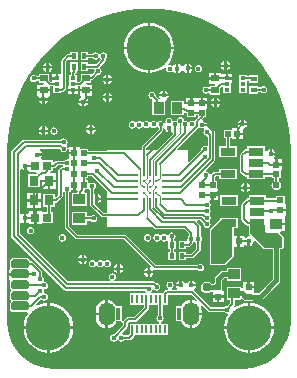
<source format=gtl>
%FSTAX25Y25*%
%MOIN*%
%SFA1B1*%

%IPPOS*%
%AMD16*
4,1,8,-0.030000,0.007500,-0.030000,-0.007500,-0.022500,-0.015000,0.022500,-0.015000,0.030000,-0.007500,0.030000,0.007500,0.022500,0.015000,-0.022500,0.015000,-0.030000,0.007500,0.0*
1,1,0.015000,-0.022500,0.007500*
1,1,0.015000,-0.022500,-0.007500*
1,1,0.015000,0.022500,-0.007500*
1,1,0.015000,0.022500,0.007500*
%
%ADD15C,0.005000*%
G04~CAMADD=16~8~0.0~0.0~300.0~600.0~75.0~0.0~15~0.0~0.0~0.0~0.0~0~0.0~0.0~0.0~0.0~0~0.0~0.0~0.0~90.0~600.0~300.0*
%ADD16D16*%
%ADD17R,0.020470X0.020470*%
%ADD18R,0.039370X0.035430*%
%ADD19R,0.035430X0.039370*%
%ADD20R,0.031500X0.035430*%
%ADD21R,0.051180X0.027560*%
%ADD22C,0.009000*%
%ADD23R,0.017720X0.021650*%
%ADD24R,0.025590X0.021650*%
%ADD25R,0.021650X0.017720*%
%ADD26R,0.017720X0.011810*%
%ADD27R,0.014960X0.043310*%
%ADD28R,0.009060X0.028740*%
%ADD29R,0.020470X0.020470*%
%ADD30R,0.028350X0.028350*%
%ADD48C,0.024000*%
%ADD51C,0.008000*%
%ADD52C,0.006000*%
%ADD53C,0.015000*%
%ADD54C,0.007000*%
%ADD55C,0.004000*%
%ADD56O,0.055120X0.076770*%
%ADD57C,0.150000*%
%ADD58C,0.016000*%
%ADD59C,0.031000*%
%LNdigit-1*%
%LPD*%
G36*
X0053572Y0117909D02*
X0057894Y0117306D01*
X0062142Y0116306*
X0066279Y011492*
X0070271Y0113157*
X0074083Y0111034*
X0077684Y0108568*
X0081041Y010578*
X0084126Y0102694*
X0086914Y0099337*
X008938Y0095737*
X0091504Y0091925*
X0093266Y0087932*
X0094653Y0083795*
X0095652Y0079547*
X0096255Y0075225*
X0096457Y0070866*
Y0013779*
X0096217Y0011045*
X0095507Y0008393*
X0094347Y0005905*
X0092772Y0003657*
X0090831Y0001716*
X0088583Y0000141*
X0086095Y-0001019*
X0083443Y-0001729*
X0080709Y-0001969*
X0017716*
X0014982Y-0001729*
X001233Y-0001019*
X0009842Y0000141*
X0007594Y0001716*
X0005653Y0003657*
X0004078Y0005905*
X0002918Y0008393*
X0002208Y0011045*
X0001968Y0013779*
Y0070866*
X000217Y0075225*
X0002773Y0079547*
X0003772Y0083795*
X0005159Y0087932*
X0006921Y0091925*
X0009045Y0095737*
X0011511Y0099337*
X0014299Y0102694*
X0017384Y010578*
X0020742Y0108568*
X0024342Y0111034*
X0028154Y0113157*
X0032146Y011492*
X0036284Y0116306*
X0040531Y0117306*
X0044853Y0117909*
X0049213Y011811*
X0053572Y0117909*
G37*
%LNdigit-2*%
%LPC*%
G36*
X0049613Y0113419D02*
Y0105518D01*
X0057513*
X0057392Y0106745*
X0056918Y010831*
X0056147Y0109751*
X005511Y0111015*
X0053846Y0112053*
X0052404Y0112823*
X005084Y0113298*
X0049613Y0113419*
G37*
G36*
X0048812D02*
X0047585Y0113298D01*
X0046021Y0112823*
X0044579Y0112053*
X0043315Y0111015*
X0042278Y0109751*
X0041507Y010831*
X0041033Y0106745*
X0040912Y0105518*
X0048812*
Y0113419*
G37*
G36*
X0025498Y0103845D02*
X0022927D01*
Y0103076*
X00224*
X0022127Y0103022*
X0021895Y0102867*
X0020295Y0101267*
X0020141Y0101035*
X0020086Y0100762*
Y0096272*
X0019002*
Y0094882*
X0018602*
Y0094482*
X0016917*
Y0093677*
X0016417Y0093648*
X0015853Y0094212*
Y0096365*
X0012494*
Y0095596*
X0011778*
X0011665Y0095765*
X0011268Y009603*
X00108Y0096123*
X0010332Y009603*
X0009935Y0095765*
X000967Y0095368*
X0009577Y00949*
X000967Y0094432*
X0009935Y0094035*
X0010332Y009377*
X00108Y0093677*
X0011268Y009377*
X0011665Y0094035*
X0011754Y0094168*
X0012494*
Y0093399*
X0014261*
X0014308Y0093328*
X0014041Y0092828*
X0012094*
Y0091345*
X0014173*
X0016253*
Y00922*
X0017316*
Y0089954*
X0019888*
Y0090231*
X0020145*
X0020418Y0090285*
X002065Y009044*
X0021305Y0091095*
X0021459Y0091327*
X0021514Y00916*
Y0100467*
X0022427Y010138*
X0022927Y0101172*
Y010088*
X0025498*
Y0103845*
G37*
G36*
X0029042D02*
X002647D01*
Y010088*
X0029042*
Y0101597*
X003053*
X0030597Y0101497*
X0030994Y0101232*
X0031462Y0101139*
X003193Y0101232*
X0032327Y0101497*
X0032355Y0101538*
X0032917Y0101549*
X0033115Y0101274*
X0033026Y0101012*
X0031598Y0099584*
X0029042*
Y0100302*
X002647*
Y0097336*
X0029042*
Y0098054*
X0030789*
X0031111Y0097554*
X003106Y00973*
X0031095Y0097121*
X0030485Y0096511*
X0030026Y0096365*
X0026667*
Y0094212*
X0026082Y0093627*
X0025203*
Y0095872*
X0024754*
X0024682Y0096372*
X0024905Y0096595*
X0025059Y0096827*
X0025114Y00971*
Y0097336*
X0025498*
Y0100302*
X0022927*
Y0097336*
X0022954*
X0023223Y0096943*
X0023247Y0096836*
X0023204Y0096617*
Y0095872*
X0022632*
Y0092335*
X0022231*
Y0091345*
X0023917*
X0025603*
Y00922*
X0026267*
Y0091345*
X0028346*
X0030426*
Y0092828*
X0028479*
X0028211Y0093328*
X0028259Y0093399*
X0030026*
Y0094477*
X0030174*
X0030448Y0094532*
X0030679Y0094686*
X0032105Y0096112*
X0032283Y0096077*
X0032752Y009617*
X0033149Y0096435*
X0033414Y0096832*
X0033507Y00973*
X0033414Y0097768*
X0033149Y0098165*
X0033089Y0098205*
X0033025Y0098847*
X0034596Y0100418*
X0034762Y0100666*
X003482Y0100959*
Y010143*
X003492Y0101497*
X0035186Y0101894*
X0035279Y0102362*
X0035186Y010283*
X003492Y0103227*
X0034523Y0103493*
X0034055Y0103586*
X0033587Y0103493*
X003319Y0103227*
X0033037Y0102998*
X0033018Y010299*
X00325*
X0032481Y0102998*
X0032327Y0103227*
X003193Y0103493*
X0031462Y0103586*
X0030994Y0103493*
X0030597Y0103227*
X003053Y0103127*
X0029042*
Y0103845*
G37*
G36*
X00752Y0100652D02*
Y00995D01*
X0076352*
X0076307Y0099724*
X0075954Y0100253*
X0075424Y0100607*
X00752Y0100652*
G37*
G36*
X00744D02*
X0074176Y0100607D01*
X0073646Y0100253*
X0073293Y0099724*
X0073248Y00995*
X00744*
Y0100652*
G37*
G36*
X00159Y0100152D02*
Y0099D01*
X0017052*
X0017007Y0099224*
X0016654Y0099753*
X0016124Y0100107*
X00159Y0100152*
G37*
G36*
X00151D02*
X0014876Y0100107D01*
X0014346Y0099753*
X0013993Y0099224*
X0013948Y0099*
X00151*
Y0100152*
G37*
G36*
X0061805Y0099852D02*
X006158Y0099807D01*
X0061051Y0099454*
X0060698Y0098924*
X0060674Y0098804*
X0060214Y0098782*
X0060161Y0098791*
X0059815Y0099309*
X0059286Y0099662*
X0059061Y0099707*
Y0098155*
Y0096603*
X0059286Y0096648*
X0059815Y0097002*
X0060169Y0097531*
X0060193Y0097651*
X0060653Y0097673*
X0060705Y0097665*
X0061051Y0097146*
X006158Y0096793*
X0061805Y0096748*
Y00983*
Y0099852*
G37*
G36*
X0062605D02*
Y00987D01*
X0063757*
X0063712Y0098924*
X0063358Y0099454*
X0062829Y0099807*
X0062605Y0099852*
G37*
G36*
X0076352Y00987D02*
X00752D01*
Y0097548*
X0075424Y0097593*
X0075954Y0097947*
X0076307Y0098476*
X0076352Y00987*
G37*
G36*
X00744D02*
X0073248D01*
X0073293Y0098476*
X0073646Y0097947*
X0074176Y0097593*
X00744Y0097548*
Y00987*
G37*
G36*
X0017052Y00982D02*
X00159D01*
Y0097048*
X0016124Y0097093*
X0016654Y0097447*
X0017007Y0097976*
X0017052Y00982*
G37*
G36*
X00151D02*
X0013948D01*
X0013993Y0097976*
X0014346Y0097447*
X0014876Y0097093*
X00151Y0097048*
Y00982*
G37*
G36*
X0065748Y0099372D02*
X006528Y0099278D01*
X0064883Y0099013*
X0064618Y0098616*
X0064525Y0098148*
X0064618Y009768*
X0064883Y0097283*
X006528Y0097018*
X0065748Y0096925*
X0066216Y0097018*
X0066613Y0097283*
X0066878Y009768*
X0066972Y0098148*
X0066878Y0098616*
X0066613Y0099013*
X0066216Y0099278*
X0065748Y0099372*
G37*
G36*
X0048812Y0104718D02*
X0040912D01*
X0041033Y0103491*
X0041507Y0101926*
X0042278Y0100484*
X0043315Y0099221*
X0044579Y0098183*
X0046021Y0097413*
X0047585Y0096938*
X0048812Y0096817*
Y0104718*
G37*
G36*
X0063757Y00979D02*
X0062605D01*
Y0096748*
X0062829Y0096793*
X0063358Y0097146*
X0063712Y0097676*
X0063757Y00979*
G37*
G36*
X0057513Y0104718D02*
X0049613D01*
Y0096817*
X005084Y0096938*
X0052404Y0097413*
X0053846Y0098183*
X0054559Y0098769*
X0055033Y0098575*
X0055063Y0098535*
X0054976Y00981*
X005507Y0097632*
X0055335Y0097235*
X0055732Y009697*
X00562Y0096877*
X0056668Y009697*
X0056848Y009709*
X0057486Y0097034*
X0057508Y0097002*
X0058037Y0096648*
X0058261Y0096603*
Y0098155*
Y0099707*
X0058037Y0099662*
X0057508Y0099309*
X005745Y0099221*
X0056797Y0099144*
X0056668Y009923*
X00562Y0099323*
X0055771Y0099238*
X0055733Y0099269*
X0055571Y0099782*
X0056147Y0100484*
X0056918Y0101926*
X0057392Y0103491*
X0057513Y0104718*
G37*
G36*
X0085735Y0095971D02*
X0082769D01*
Y0095596*
X0081896*
Y0095872*
X0079324*
Y0093891*
Y0089954*
X0081896*
Y0094168*
X0082769*
Y0093399*
X0085735*
Y0095971*
G37*
G36*
X0018202Y0096272D02*
X0016917D01*
Y0095282*
X0018202*
Y0096272*
G37*
G36*
X007086Y0096765D02*
X006918D01*
Y0095282*
X007086*
Y0096765*
G37*
G36*
X0075695Y0096272D02*
Y0095282D01*
X0076981*
Y0096272*
X0075695*
G37*
G36*
X00357Y009604D02*
Y0094888D01*
X0036852*
X0036807Y0095113*
X0036454Y0095642*
X0035924Y0095995*
X00357Y009604*
G37*
G36*
X00349D02*
X0034676Y0095995D01*
X0034146Y0095642*
X0033793Y0095113*
X0033748Y0094888*
X00349*
Y009604*
G37*
G36*
X0036852Y0094088D02*
X00357D01*
Y0092936*
X0035924Y0092981*
X0036454Y0093335*
X0036807Y0093864*
X0036852Y0094088*
G37*
G36*
X00349D02*
X0033748D01*
X0033793Y0093864*
X0034146Y0093335*
X0034676Y0092981*
X00349Y0092936*
Y0094088*
G37*
G36*
X0073339Y0096765D02*
X007166D01*
Y0094882*
X007126*
Y0094482*
X006918*
Y0092999*
X0071128*
X0071395Y0092499*
X0071347Y0092427*
X006958*
Y0092143*
X0069393Y0092018*
X006908Y0091922*
X0068768Y009213*
X00683Y0092224*
X0067832Y009213*
X0067435Y0091865*
X006717Y0091468*
X0067076Y0091*
X006717Y0090532*
X0067435Y0090135*
X0067832Y008987*
X00683Y0089776*
X0068768Y008987*
X006908Y0090078*
X0069393Y0089982*
X006958Y0089857*
Y0089462*
X0072939*
Y0091615*
X007351Y0092185*
X007401Y0092165*
Y0089954*
X0076581*
Y0093491*
X0076981*
Y0094482*
X0075295*
Y0094882*
X0074895*
Y0096272*
X007361*
X0073339Y0096661*
Y0096765*
G37*
G36*
X0085735Y0092427D02*
X0082769D01*
Y0089856*
X0085735*
Y0090326*
X0086602*
X0086635Y0090277*
X0087032Y0090011*
X00875Y0089918*
X0087968Y0090011*
X0088365Y0090277*
X008863Y0090674*
X0088723Y0091142*
X008863Y009161*
X0088365Y0092007*
X0087968Y0092272*
X00875Y0092365*
X0087032Y0092272*
X0086635Y0092007*
X0086602Y0091957*
X0085735*
Y0092427*
G37*
G36*
X0054632Y0090823D02*
Y0089672D01*
X0055784*
X0055739Y0089896*
X0055386Y0090425*
X0054857Y0090779*
X0054632Y0090823*
G37*
G36*
X0053832D02*
X0053608Y0090779D01*
X0053079Y0090425*
X0052725Y0089896*
X005268Y0089672*
X0053832*
Y0090823*
G37*
G36*
X0025603Y0090545D02*
X0024317D01*
Y0089554*
X0025603*
Y0090545*
G37*
G36*
X0023517D02*
X0022231D01*
Y0089554*
X0023517*
Y0090545*
G37*
G36*
X00358Y0090252D02*
Y00891D01*
X0036952*
X0036907Y0089324*
X0036553Y0089854*
X0036024Y0090207*
X00358Y0090252*
G37*
G36*
X0035D02*
X0034776Y0090207D01*
X0034247Y0089854*
X0033893Y0089324*
X0033848Y00891*
X0035*
Y0090252*
G37*
G36*
X0016253Y0090545D02*
X0014173D01*
X0012094*
Y0089062*
X0012351*
X0012618Y0088562*
X0012593Y0088524*
X0012548Y00883*
X0015652*
X0015607Y0088524*
X0015582Y0088562*
X0015849Y0089062*
X0016253*
Y0090545*
G37*
G36*
X0030426D02*
X0028346D01*
X0026267*
Y0089062*
X0026525*
X0026601Y0088832*
X0026608Y0088562*
X0026147Y0088253*
X0025793Y0087724*
X0025748Y00875*
X0028852*
X0028807Y0087724*
X0028453Y0088253*
X0027992Y0088562*
X0027999Y0088832*
X0028075Y0089062*
X0030426*
Y0090545*
G37*
G36*
X00719Y0088452D02*
Y00873D01*
X0073052*
X0073007Y0087524*
X0072654Y0088054*
X0072124Y0088407*
X00719Y0088452*
G37*
G36*
X00711D02*
X0070876Y0088407D01*
X0070346Y0088054*
X0069993Y0087524*
X0069948Y00873*
X00711*
Y0088452*
G37*
G36*
X0036952Y00883D02*
X00358D01*
Y0087148*
X0036024Y0087193*
X0036553Y0087546*
X0036907Y0088076*
X0036952Y00883*
G37*
G36*
X0035D02*
X0033848D01*
X0033893Y0088076*
X0034247Y0087546*
X0034776Y0087193*
X0035Y0087148*
Y00883*
G37*
G36*
X0068753Y0088438D02*
X0067329D01*
Y0087014*
X0068753*
Y0088438*
G37*
G36*
X0062986D02*
X0061562D01*
Y0087014*
X0062986*
Y0088438*
G37*
G36*
X0015652Y00875D02*
X00145D01*
Y0086348*
X0014724Y0086393*
X0015254Y0086747*
X0015607Y0087276*
X0015652Y00875*
G37*
G36*
X00137D02*
X0012548D01*
X0012593Y0087276*
X0012946Y0086747*
X0013476Y0086393*
X00137Y0086348*
Y00875*
G37*
G36*
X0066529Y0088438D02*
X0063786D01*
Y0086614*
X0063386*
Y0086214*
X0061493*
X0061062Y0085948*
X0060931Y0086013*
Y0087506*
X0056588*
Y0082769*
X0060931*
Y0083291*
X0061431Y0083459*
X0061561Y0083373*
X0061834Y0083319*
X0061962*
Y0082041*
X006481*
Y0082751*
X0065505*
Y0082041*
X0065372Y0081581*
X0064895Y0081105*
X0064744Y0080879*
X006474Y0080873*
X0064213Y0080639*
X0064203Y008064*
X0064068Y008073*
X00636Y0080823*
X0063132Y008073*
X0062735Y0080465*
X0062687Y0080393*
X0062283*
X0061885Y0080658*
X0061417Y0080751*
X0061354Y0080738*
X0060904Y0080802*
X0060811Y0081101*
X0060776Y0081275*
X0060511Y0081672*
X0060114Y0081937*
X0059646Y0082031*
X0059177Y0081937*
X005878Y0081672*
X0058515Y0081275*
X0058481Y0081101*
X0058387Y0080802*
X0057938Y0080738*
X0057874Y0080751*
X0057583Y0080693*
X0057403Y008066*
X0057047Y008102*
X0057036Y0081078*
X0056771Y0081475*
X0056374Y0081741*
X0055905Y0081834*
X0055437Y0081741*
X005504Y0081475*
X0054775Y0081078*
X0054682Y008061*
X0054775Y0080142*
X0054756Y0080115*
X0054666Y0080093*
X0054172Y0080158*
X0054015Y0080393*
X0053618Y0080658*
X005315Y0080751*
X0052681Y0080658*
X0052284Y0080393*
X0052269Y008037*
X0051668*
X0051652Y0080393*
X0051256Y0080658*
X0050787Y0080751*
X0050319Y0080658*
X0049922Y0080393*
X0049907Y008037*
X0049306*
X004929Y0080393*
X0048893Y0080658*
X0048425Y0080751*
X0047957Y0080658*
X004756Y0080393*
X0047521Y0080334*
X0046965Y0080265*
X0046568Y008053*
X00461Y0080624*
X0045632Y008053*
X0045235Y0080265*
X0045201Y0080214*
X0044599*
X0044565Y0080265*
X0044168Y008053*
X00437Y0080624*
X0043232Y008053*
X0042835Y0080265*
X004257Y0079868*
X0042476Y00794*
X004257Y0078932*
X0042835Y0078535*
X0043232Y007827*
X00437Y0078176*
X0044168Y007827*
X0044565Y0078535*
X0044599Y0078586*
X0045201*
X0045235Y0078535*
X0045632Y007827*
X00461Y0078176*
X0046568Y007827*
X0046965Y0078535*
X0047005Y0078594*
X004756Y0078662*
X0047957Y0078397*
X0048425Y0078304*
X0048893Y0078397*
X004929Y0078662*
X0049306Y0078685*
X0049907*
X0049922Y0078662*
X0050319Y0078397*
X0050787Y0078304*
X0051256Y0078397*
X0051652Y0078662*
X0052125Y0078617*
X0052444Y0078316*
X0052449Y0077796*
X0047012Y0072358*
X0046868Y0072143*
X0046818Y007189*
Y0070866*
X0035433*
Y0070792*
X0028983*
Y0071502*
X0026233*
Y0071902*
X0024809*
Y0070079*
X0024409*
Y0069679*
X0022586*
Y0068337*
X002246Y0068169*
X00221Y0067923*
X0021632Y006783*
X0021235Y0067565*
X0021134Y0067414*
X00186*
X0018327Y0067359*
X0018095Y0067205*
X0017672Y0066781*
X0017172Y0066988*
Y0067565*
X0013635*
Y0067965*
X0013555*
X0013481Y0068059*
X0013333Y0068465*
X0013607Y0068876*
X0013652Y00691*
X00121*
Y00699*
X0013652*
X0013607Y0070124*
X0013253Y0070653*
X0012758Y0070984*
X0012754Y0071021*
X0013051Y0071484*
X0019417*
X0019578Y0071323*
X0019732Y007122*
X001977Y0071032*
X0020035Y0070635*
X0020432Y007037*
X00209Y0070276*
X0021368Y007037*
X0021765Y0070635*
X002203Y0071032*
X0022066Y0071213*
X0022086Y0071311*
X0022582Y0071262*
X0022586Y0071236*
Y0070479*
X0024009*
Y0071902*
X0022586*
Y0071764*
X0022582Y0071738*
X0022086Y0071689*
X0022066Y0071787*
X002203Y0071968*
X0021826Y0072274*
X0021791Y00726*
X0021826Y0072926*
X002203Y0073232*
X0022124Y00737*
X002203Y0074168*
X0021765Y0074565*
X0021368Y007483*
X00209Y0074923*
X0020432Y007483*
X0020035Y0074565*
X0020002Y0074516*
X00076*
X0007288Y0074454*
X0007023Y0074277*
X0003613Y0070867*
X0003436Y0070602*
X0003374Y007029*
Y0042248*
X0003436Y0041935*
X0003613Y0041671*
X0020861Y0024423*
X0021125Y0024246*
X0021437Y0024184*
X0021438*
X0048072*
X0048082Y0024132*
X0048347Y0023735*
X0048407Y0023695*
X0048255Y0023195*
X0042799*
Y0019521*
X004756*
Y0018694*
X0044249Y0015383*
X0042323*
X0042011Y0015321*
X0041746Y0015144*
X0040982Y0014379*
X0040565Y0014149*
X0040223Y0014253*
Y0014309*
Y0019002*
X003834*
X0038244Y0019234*
X0037674Y0019977*
X0036931Y0020547*
X0036066Y0020905*
X0035538Y0020975*
Y0016358*
Y0011742*
X0036066Y0011811*
X0036931Y0012169*
X0037674Y001274*
X0038244Y0013482*
X0038405Y0013872*
X0040071*
X0040354Y001369*
X0040523Y0013222*
Y0012543*
X0037558Y0009578*
X00375Y000959*
X0037032Y0009497*
X0036635Y0009231*
X003637Y0008834*
X0036277Y0008366*
X003637Y0007898*
X0036635Y0007501*
X0037032Y0007236*
X00375Y0007143*
X0037968Y0007236*
X0038365Y0007501*
X0038501Y0007705*
X0039065Y000772*
X0039066Y0007719*
X0039194Y0007528*
X0039591Y0007263*
X0040059Y000717*
X0040527Y0007263*
X0040924Y0007528*
X0040957Y0007577*
X0042717*
X0043029Y000764*
X0043293Y0007817*
X0044228Y0008751*
X0044405Y0009016*
X0044467Y0009328*
Y0009482*
X0055528*
Y0013156*
X0053319*
X0053277Y0013193*
X005342Y0013732*
X0053421*
X0053818Y0013997*
X0054083Y0014394*
X0054176Y0014862*
X0054083Y001533*
X0053916Y0015581*
Y0019521*
X0055528*
Y0021332*
X0055544Y0021411*
Y0022796*
X0055554Y0022806*
X0063431*
X0065198Y002104*
X0064914Y0020616*
X0064216Y0020905*
X0063687Y0020975*
Y0016758*
X0066874*
Y0017441*
X0066752Y0018369*
X0066462Y0019068*
X0066886Y0019351*
X0068999Y0017238*
X0069264Y0017061*
X0069576Y0016999*
X0074397*
X007443Y001695*
X0074827Y0016685*
X0075258Y0016599*
X0075306Y0016574*
X0075579Y0016138*
X0074972Y0015002*
X0074497Y0013438*
X0074376Y0012211*
X0082277*
Y0020112*
X008105Y0019991*
X0079485Y0019516*
X0078044Y0018745*
X0077724Y001913*
X007782Y0019275*
X0077883Y0019587*
Y0021155*
X0079928*
Y0021206*
X0080389Y0021397*
X008047Y0021317*
X008085Y0021062*
X0081028Y0021027*
Y0020722*
X0083875*
Y0020973*
X0086319*
X0086768Y0021062*
X0087148Y0021317*
X0092561Y002673*
X0092816Y002711*
X0092905Y0027559*
Y0037953*
X0093701*
X009378Y0037986*
X0094101*
Y0038306*
X0094134Y0038386*
Y0042028*
X0094101Y0042107*
Y0042329*
X0094009*
X0094007Y0042334*
X0092956Y0043385*
X0093163Y0043885*
X0094501*
Y0046057*
X0091732*
Y0046857*
X0094501*
Y0048802*
Y0049028*
X0094888Y0049302*
X0094924*
Y0050725*
X00931*
Y0051525*
X0094924*
Y0052949*
X0094524*
Y0055698*
X0091676*
Y0054949*
X0088392*
Y0055912*
X0082474*
Y0055322*
X00822Y0054949*
X0081888Y0054887*
X0081623Y0054711*
X0080323Y0053411*
X0080146Y0053146*
X0080084Y0052834*
Y0048*
X0080146Y0047688*
X0080323Y0047423*
X0081566Y0046181*
X0081831Y0046004*
X0082035Y0045963*
X0082263Y0045798*
X0082441Y0045586*
Y0043307*
X0082568Y0043001*
X0082909Y004266*
X0082663Y0042199*
X00825Y0042231*
X0081876Y0042107*
X0081458Y0041828*
X0081071Y0041963*
X0080958Y0042049*
Y0042375*
X0079534*
Y0040551*
Y0038728*
X0080958*
Y0039151*
X0081071Y0039237*
X0081458Y0039372*
X0081876Y0039093*
X00821Y0039048*
Y00406*
X00829*
Y0039048*
X0083124Y0039093*
X0083653Y0039446*
X0084007Y0039976*
X0084131Y00406*
X0084099Y0040763*
X008456Y0041009*
X0087489Y003808*
X0087795Y0037953*
X009056*
Y0028045*
X0085833Y0023318*
X0084711*
X0084275Y0023472*
Y0024895*
X0082451*
Y0025295*
X0082051*
Y0027119*
X0080628*
Y0025202*
X0080139Y002488*
X0079928Y002498*
Y0025498*
X0075191*
Y0021155*
X0076251*
Y0019925*
X0075354Y0019027*
X0075295Y0019038*
X0074827Y0018945*
X007443Y001868*
X0074397Y0018631*
X0069914*
X0064356Y0024188*
X0064346Y00242*
X0064359Y0024791*
X0064441Y0024847*
X0064795Y0025376*
X0064839Y00256*
X0063287*
Y0026*
X0062887*
Y0027552*
X0062663Y0027507*
X0062134Y0027154*
X0061809Y0026667*
X0061544Y0026641*
X0061279Y0026667*
X0060953Y0027154*
X0060424Y0027507*
X00602Y0027552*
Y0026*
X00598*
Y00256*
X0058248*
X0058293Y0025376*
X0058586Y0024938*
X005848Y0024606*
X0058364Y0024438*
X0056965*
X005687Y0024938*
X0057165Y0025135*
X005743Y0025532*
X0057524Y0026*
X005743Y0026468*
X0057165Y0026865*
X0056768Y002713*
X00563Y0027224*
X0055832Y002713*
X0055435Y0026865*
X005517Y0026468*
X0055076Y0026*
X005517Y0025532*
X0055435Y0025135*
X0055568Y0025046*
X0055477Y0024517*
X0055216Y0024438*
X0054904Y0024376*
X005464Y0024199*
X0054151Y002371*
X0053974Y0023446*
X0053925Y0023195*
X005017*
X0050019Y0023695*
X0050078Y0023735*
X0050343Y0024132*
X0050403Y0024431*
X0050914Y0024566*
X0050935Y0024535*
X0051332Y002427*
X00518Y0024177*
X0052268Y002427*
X0052665Y0024535*
X005293Y0024932*
X0053023Y00254*
X005293Y0025868*
X0052665Y0026265*
X0052268Y002653*
X00518Y0026623*
X0051742Y0026612*
X0051377Y0026977*
X0051112Y0027154*
X00508Y0027216*
X003785*
X0037698Y0027716*
X0037873Y0027832*
X0038138Y0028229*
X0038231Y0028698*
X0038138Y0029166*
X0037873Y0029563*
X0037476Y0029828*
X0037008Y0029921*
X003654Y0029828*
X0036143Y0029563*
X0035877Y0029166*
X0035784Y0028698*
X0035877Y0028229*
X0036143Y0027832*
X0036318Y0027716*
X0036166Y0027216*
X0022355*
X0006406Y0043165*
Y00468*
X0006906Y0047015*
X0007276Y0046768*
X00075Y0046723*
Y0048275*
Y0049827*
X0007276Y0049782*
X0006906Y0049535*
X0006406Y004975*
Y0064504*
X0006906Y0064656*
X0006946Y0064595*
X0007476Y0064241*
X00077Y0064196*
Y0065748*
X00085*
Y0064196*
X00087Y0064236*
X0008788Y0064241*
X00092Y0063984*
Y0063531*
X001152*
X001178Y0063031*
X0011688Y00629*
X000895*
Y0058557*
X00129*
Y0061405*
X0012972Y0061452*
X0013472Y0061185*
Y0061128*
X0015846*
X0018221*
Y00633*
X0016666*
X0016335Y00638*
X001635Y0063836*
X0016461Y0063931*
X0017172*
Y0065034*
X0017648*
X0017921Y0065089*
X0018153Y0065243*
X0018896Y0065986*
X0020558*
X0020729Y00657*
X0020558Y0065414*
X00203*
X0020027Y0065359*
X0019795Y0065205*
X0019295Y0064705*
X0019141Y0064473*
X0019086Y00642*
Y0056128*
X0018321Y0055363*
X0017821Y005557*
Y0056404*
X0013872*
Y0052061*
X0015133*
Y0050243*
X0013634*
Y0050643*
X0011817*
Y0048425*
Y0046208*
X0013634*
Y0046608*
X0017172*
Y0050243*
X001656*
Y0052061*
X0017821*
Y0053519*
X00182*
X0018473Y0053573*
X0018705Y0053728*
X0020305Y0055328*
X0020459Y0055559*
X0020514Y0055832*
Y0057144*
X0020959Y0057288*
X0021127Y005714*
X0021172Y0057072*
X0021297Y0056988*
X0021323Y0056965*
Y0045286*
X0021378Y0045013*
X0021532Y0044781*
X0024718Y0041595*
X002495Y0041441*
X0025223Y0041386*
X0040923*
X0049909Y0032401*
X0049891Y0032302*
X0049613Y0032109*
Y00307*
X0050764*
X0050721Y003092*
X0050731Y0030935*
X0051085Y0031278*
X0051156Y003123*
X0051429Y0031176*
X0065423*
X0065525Y0031025*
X0065922Y0030759*
X006639Y0030666*
X0066858Y0030759*
X0067255Y0031025*
X006752Y0031422*
X0067613Y003189*
X006752Y0032358*
X0067255Y0032755*
X0066858Y003302*
X006639Y0033113*
X0065922Y003302*
X0065525Y0032755*
X0065423Y0032603*
X0051725*
X0041724Y0042605*
X0041492Y0042759*
X0041219Y0042814*
X0025519*
X0022751Y0045581*
Y0056971*
X0022902Y0057072*
X0023167Y0057469*
X0023199Y0057625*
X0024009*
Y0059449*
X0024809*
Y0057625*
X002528*
X002557Y0057199*
X0025428Y0056699*
X0023714*
Y0052356*
X0028451*
Y0056699*
X0027779*
X0027572Y0057199*
X0027624Y0057252*
X002779Y0057499*
X0027848Y0057792*
Y0058025*
X0028983*
X0029182Y0058084*
X0029334Y0058015*
X0029652Y0057723*
Y0052756*
X0029703Y0052502*
X0029846Y0052287*
X003339Y0048744*
X0033605Y00486*
X0033858Y004855*
X0035433*
Y0045276*
X0050715*
X005122Y0044771*
X0051451Y0044616*
X0051724Y0044562*
X0061122*
X0062574Y004311*
Y0042305*
X0062422Y0042204*
X0062157Y0041807*
X0062064Y0041339*
X0062079Y0041263*
X0061976Y0041046*
X0061651Y0040853*
X0061259*
X0059147*
Y0037887*
X0061719*
Y0038656*
X00625*
X0062773Y0038711*
X0063005Y0038865*
X006378Y0039641*
X0063935Y0039873*
X006399Y0040146*
Y0040365*
X0064152Y0040473*
X0064154Y0040476*
X0064676Y0040511*
X0065034Y0040159*
Y0037993*
X0063456Y0036414*
X0061719*
Y0037183*
X0059147*
Y0034217*
X0061719*
Y0034986*
X0063751*
X0064024Y0035041*
X0064256Y0035195*
X0066253Y0037192*
X0066407Y0037424*
X0066462Y0037697*
Y0040372*
X0066613Y0040473*
X0066878Y004087*
X0066971Y0041339*
X0066878Y0041807*
X0066613Y0042204*
X0066462Y0042305*
Y0045669*
X0066407Y0045942*
X0066253Y0046174*
X0065327Y00471*
X0065518Y0047561*
X0066229*
X0067412Y0046379*
X0067377Y00462*
X006747Y0045732*
X0067735Y0045335*
X0068132Y004507*
X00686Y0044976*
X0069068Y004507*
X0069465Y0045335*
X006973Y0045732*
X0069823Y00462*
X006973Y0046668*
X0069514Y0046992*
X0069465Y0047254*
Y0047371*
X0069514Y0047634*
X006973Y0047957*
X0069823Y0048425*
X006973Y0048893*
X0069538Y0049182*
X0069494Y0049513*
X0069538Y0049843*
X006973Y0050132*
X0069823Y00506*
X006973Y0051068*
X0069465Y0051465*
X0069454Y0051473*
Y0051973*
X0069465Y005198*
X006973Y0052377*
X0069823Y0052846*
X006973Y0053314*
X0069465Y0053711*
X0069344Y0053791*
X0069496Y0054291*
X0070043*
Y0056115*
X0070442*
Y0056515*
X0072266*
Y0057939*
X0071866*
Y0060688*
X0071237*
Y0061983*
X0071481Y0062227*
X0072632*
Y0061214*
X007855*
Y006477*
X0072632*
Y0063757*
X0071165*
X0070872Y0063699*
X0070624Y0063533*
X0069932Y0062841*
X0069911Y006281*
X0069381Y0062916*
X006933Y0063168*
X0069065Y0063565*
X0068668Y006383*
X0068423Y0063879*
X006824Y0064402*
X0070941Y0067104*
X0071085Y0067319*
X0071135Y0067572*
Y0077248*
X0071085Y0077501*
X0070941Y0077716*
X0068986Y0079671*
X0068771Y0079815*
X0068518Y0079865*
X0068051*
X006803Y0079968*
X0067765Y0080365*
X0067368Y008063*
X0067184Y0080667*
X0067019Y008121*
X0067434Y0081625*
X0067589Y0081856*
X0067625Y0082041*
X0068353*
Y008479*
X0068753*
Y0086214*
X0066929*
Y0086614*
X0066529*
Y0088438*
G37*
G36*
X0028852Y00867D02*
X00277D01*
Y0085548*
X0027924Y0085593*
X0028453Y0085947*
X0028807Y0086476*
X0028852Y00867*
G37*
G36*
X00269D02*
X0025748D01*
X0025793Y0086476*
X0026147Y0085947*
X0026676Y0085593*
X00269Y0085548*
Y00867*
G37*
G36*
X0073052Y00865D02*
X00719D01*
Y0085348*
X0072124Y0085393*
X0072654Y0085747*
X0073007Y0086276*
X0073052Y00865*
G37*
G36*
X00711D02*
X0069948D01*
X0069993Y0086276*
X0070346Y0085747*
X0070876Y0085393*
X00711Y0085348*
Y00865*
G37*
G36*
X0050295Y0090495D02*
X0049827Y0090402D01*
X004943Y0090137*
X0049165Y008974*
X0049072Y0089272*
X0049165Y0088803*
X004943Y0088406*
X0049827Y0088141*
X0050098Y0088087*
X0050186Y0087963*
X0050289Y0087506*
Y0082769*
X0054632*
Y0087359*
X0054809Y0087678*
X0054989Y0087853*
X0055386Y0088118*
X0055739Y0088647*
X0055784Y0088872*
X005268*
X0052725Y0088647*
X0053079Y0088118*
X0053082Y0088116*
X005291Y0087629*
X0052626Y0087655*
X0052571Y0087928*
X0052417Y008816*
X0051483Y0089093*
X0051519Y0089272*
X0051426Y008974*
X005116Y0090137*
X0050763Y0090402*
X0050295Y0090495*
G37*
G36*
X00808Y0081257D02*
Y0080105D01*
X0081952*
X0081907Y0080329*
X0081554Y0080858*
X0081024Y0081212*
X00808Y0081257*
G37*
G36*
X008D02*
X0079776Y0081212D01*
X0079246Y0080858*
X0078893Y0080329*
X0078848Y0080105*
X008*
Y0081257*
G37*
G36*
X00303Y0079552D02*
Y00784D01*
X0031452*
X0031407Y0078624*
X0031054Y0079154*
X0030524Y0079507*
X00303Y0079552*
G37*
G36*
X00295D02*
X0029276Y0079507D01*
X0028747Y0079154*
X0028393Y0078624*
X0028348Y00784*
X00295*
Y0079552*
G37*
G36*
X00145Y0078952D02*
Y00778D01*
X0015652*
X0015607Y0078024*
X0015254Y0078553*
X0014724Y0078907*
X00145Y0078952*
G37*
G36*
X00137D02*
X0013476Y0078907D01*
X0012946Y0078553*
X0012593Y0078024*
X0012548Y00778*
X00137*
Y0078952*
G37*
G36*
X0031452Y00776D02*
X00303D01*
Y0076448*
X0030524Y0076493*
X0031054Y0076846*
X0031407Y0077376*
X0031452Y00776*
G37*
G36*
X00295D02*
X0028348D01*
X0028393Y0077376*
X0028747Y0076846*
X0029276Y0076493*
X00295Y0076448*
Y00776*
G37*
G36*
X0017572Y0078552D02*
X0017103Y0078459D01*
X0016706Y0078193*
X0016441Y0077797*
X0016348Y0077328*
X0016441Y007686*
X0016706Y0076463*
X0017103Y0076198*
X0017572Y0076105*
X001804Y0076198*
X0018437Y0076463*
X0018702Y007686*
X0018795Y0077328*
X0018702Y0077797*
X0018437Y0078193*
X001804Y0078459*
X0017572Y0078552*
G37*
G36*
X0015652Y0077D02*
X00145D01*
Y0075848*
X0014724Y0075893*
X0015254Y0076247*
X0015607Y0076776*
X0015652Y0077*
G37*
G36*
X00137D02*
X0012548D01*
X0012593Y0076776*
X0012946Y0076247*
X0013476Y0075893*
X00137Y0075848*
Y0077*
G37*
G36*
X0080564Y0075978D02*
X007914D01*
Y0074554*
X0080564*
Y0075978*
G37*
G36*
X0081952Y0079305D02*
X0078848D01*
X0078893Y007908*
X0079146Y0078702*
X0078938Y0078202*
X0076916*
Y0077802*
X0074167*
Y0074954*
X0074775*
Y007225*
X0072632*
Y0068695*
X007855*
Y007225*
X0076406*
Y0074954*
X0076916*
Y0074554*
X007834*
Y0076378*
X007874*
Y0076778*
X0080564*
Y0078106*
X0081024Y0078198*
X0081554Y0078551*
X0081907Y007908*
X0081952Y0079305*
G37*
G36*
X00903Y0071252D02*
Y00701D01*
X0091452*
X0091407Y0070324*
X0091053Y0070854*
X0090524Y0071207*
X00903Y0071252*
G37*
G36*
X0093556Y0067965D02*
X0092132D01*
Y0066542*
X0093556*
Y0067965*
G37*
G36*
X00818Y0059991D02*
Y0058839D01*
X0082952*
X0082907Y0059063*
X0082553Y0059593*
X0082024Y0059946*
X00818Y0059991*
G37*
G36*
X0081D02*
X0080776Y0059946D01*
X0080247Y0059593*
X0079893Y0059063*
X0079848Y0058839*
X0081*
Y0059991*
G37*
G36*
X0018221Y0060328D02*
X0016246D01*
Y0058157*
X0018221*
Y0060328*
G37*
G36*
X0015446D02*
X0013472D01*
Y0058157*
X0015446*
Y0060328*
G37*
G36*
X0087998Y007225D02*
X008208D01*
Y0071288*
X0081672*
X008136Y0071226*
X0081096Y0071049*
X0079823Y0069777*
X0079646Y0069512*
X0079584Y00692*
Y00641*
X0079646Y0063788*
X0079823Y0063523*
X0080931Y0062415*
X0081196Y0062239*
X0081508Y0062177*
X008208*
Y0061214*
X0087998*
Y0062176*
X0090309*
Y0061568*
X0090917*
Y0060579*
X0090579Y0060353*
X0090225Y0059824*
X0090101Y00592*
X0090225Y0058576*
X0090579Y0058047*
X0091108Y0057693*
X0091732Y0057569*
X0092357Y0057693*
X0092886Y0058047*
X0093239Y0058576*
X0093364Y00592*
X0093239Y0059824*
X0092886Y0060353*
X0092548Y0060579*
Y0061568*
X0093156*
Y0064318*
X0093556*
Y0065742*
X0091732*
Y0066142*
X0091332*
Y0067965*
X0091084*
X0090932Y0068465*
X0091053Y0068546*
X0091407Y0069076*
X0091452Y00693*
X00899*
Y00697*
X00895*
Y0071252*
X0089276Y0071207*
X0088747Y0070854*
X0088498Y0070482*
X0087998Y0070634*
Y007225*
G37*
G36*
X0082952Y0058039D02*
X00818D01*
Y0056887*
X0082024Y0056932*
X0082553Y0057286*
X0082907Y0057815*
X0082952Y0058039*
G37*
G36*
X0081D02*
X0079848D01*
X0079893Y0057815*
X0080247Y0057286*
X0080776Y0056932*
X0081Y0056887*
Y0058039*
G37*
G36*
X00133Y0056804D02*
X0011325D01*
Y0054632*
X00133*
Y0056804*
G37*
G36*
X0010525D02*
X000855D01*
Y0054632*
X0010525*
Y0056804*
G37*
G36*
X0072266Y0055715D02*
X0070842D01*
Y0054291*
X0072266*
Y0055715*
G37*
G36*
X0078943Y0055912D02*
X0073025D01*
Y0052356*
X0078943*
Y0055912*
G37*
G36*
X00133Y0053832D02*
X0011325D01*
Y0051661*
X00133*
Y0053832*
G37*
G36*
X0010525D02*
X000855D01*
Y0051661*
X0010525*
Y0053832*
G37*
G36*
X0011017Y0050643D02*
X00092D01*
Y0049932*
X00087Y0049665*
X0008524Y0049782*
X00083Y0049827*
Y0048275*
Y0046723*
X0008524Y0046768*
X00087Y0046885*
X00092Y0046618*
Y0046208*
X0011017*
Y0048425*
Y0050643*
G37*
G36*
X0028451Y00504D02*
X0023714D01*
Y0046057*
X0028451*
Y0047515*
X0029841*
X0029942Y0047363*
X0030339Y0047098*
X0030807Y0047005*
X0031275Y0047098*
X0031672Y0047363*
X0031938Y004776*
X0032031Y0048228*
X0031938Y0048697*
X0031672Y0049093*
X0031275Y0049359*
X0030807Y0049452*
X0030339Y0049359*
X0029942Y0049093*
X0029841Y0048942*
X0028451*
Y00504*
G37*
G36*
X0009843Y0045318D02*
X0009374Y0045225D01*
X0008977Y004496*
X0008712Y0044563*
X0008619Y0044094*
X0008712Y0043626*
X0008977Y0043229*
X0009374Y0042964*
X0009843Y0042871*
X0010311Y0042964*
X0010708Y0043229*
X0010973Y0043626*
X0011066Y0044094*
X0010973Y0044563*
X0010708Y004496*
X0010311Y0045225*
X0009843Y0045318*
G37*
G36*
X005689Y0043546D02*
X0056422Y0043453D01*
X0056025Y0043188*
X0055759Y0042791*
X005573Y0042644*
X0055199Y0042538*
X005516Y0042597*
X0054763Y0042863*
X0054295Y0042956*
X0053827Y0042863*
X005343Y0042597*
X0052834*
X0052437Y0042863*
X0051968Y0042956*
X00515Y0042863*
X0051103Y0042597*
X0050838Y00422*
X0050745Y0041732*
X0050838Y0041264*
X0051103Y0040867*
X00515Y0040602*
X0051968Y0040509*
X0052437Y0040602*
X0052834Y0040867*
X005343*
X0053827Y0040602*
X0054295Y0040509*
X0054763Y0040602*
X0055104Y004083*
X0055352Y0040766*
X0055604Y0040631*
Y0040406*
Y0037887*
X0056176*
Y0037183*
X0055604*
Y0034217*
X0058176*
Y0037183*
X0057604*
Y0037887*
X0058176*
Y0040853*
X0057604*
Y0041357*
X0057755Y0041458*
X005802Y0041855*
X0058113Y0042323*
X005802Y0042791*
X0057755Y0043188*
X0057358Y0043453*
X005689Y0043546*
G37*
G36*
X0048819Y0042956D02*
X0048351Y0042863D01*
X0047954Y0042597*
X0047688Y00422*
X0047595Y0041732*
X0047688Y0041264*
X0047954Y0040867*
X0048351Y0040602*
X0048819Y0040509*
X0049287Y0040602*
X0049684Y0040867*
X0049949Y0041264*
X0050042Y0041732*
X0049949Y00422*
X0049684Y0042597*
X0049287Y0042863*
X0048819Y0042956*
G37*
G36*
X0020417D02*
X0019949Y0042863D01*
X0019552Y0042597*
X0019287Y00422*
X0019194Y0041732*
X0019287Y0041264*
X0019552Y0040867*
X0019949Y0040602*
X0020417Y0040509*
X0020886Y0040602*
X0021283Y0040867*
X0021548Y0041264*
X0021641Y0041732*
X0021548Y00422*
X0021283Y0042597*
X0020886Y0042863*
X0020417Y0042956*
G37*
G36*
X00276Y0036052D02*
Y00349D01*
X0028752*
X0028707Y0035124*
X0028354Y0035653*
X0027824Y0036007*
X00276Y0036052*
G37*
G36*
X00268D02*
X0026576Y0036007D01*
X0026046Y0035653*
X0025693Y0035124*
X0025648Y00349*
X00268*
Y0036052*
G37*
G36*
X00354Y0034323D02*
X0034932Y003423D01*
X0034535Y0033965*
X0034501Y0033914*
X0033899*
X0033865Y0033965*
X0033468Y003423*
X0033Y0034323*
X0032532Y003423*
X0032135Y0033965*
X0031978Y003373*
X003195Y003372*
X003145*
X0031422Y003373*
X0031265Y0033965*
X0030868Y003423*
X00304Y0034323*
X0029932Y003423*
X0029535Y0033965*
X002927Y0033568*
X0029177Y00331*
X002927Y0032632*
X0029535Y0032235*
X0029932Y003197*
X00304Y0031877*
X0030868Y003197*
X0031265Y0032235*
X0031422Y003247*
X003145Y003248*
X003195*
X0031978Y003247*
X0032135Y0032235*
X0032532Y003197*
X0033Y0031877*
X0033468Y003197*
X0033865Y0032235*
X0033899Y0032286*
X0034501*
X0034535Y0032235*
X0034932Y003197*
X00354Y0031877*
X0035868Y003197*
X0036265Y0032235*
X003653Y0032632*
X0036623Y00331*
X003653Y0033568*
X0036265Y0033965*
X0035868Y003423*
X00354Y0034323*
G37*
G36*
X0028752Y00341D02*
X00276D01*
Y0032948*
X0027824Y0032993*
X0028354Y0033347*
X0028707Y0033876*
X0028752Y00341*
G37*
G36*
X00268D02*
X0025648D01*
X0025693Y0033876*
X0026046Y0033347*
X0026576Y0032993*
X00268Y0032948*
Y00341*
G37*
G36*
X0077067Y0048433D02*
X0073524D01*
X007352Y0048432*
X0073025*
Y0048114*
X0069576Y0044664*
X0069449Y0044358*
Y0032972*
X0069576Y0032666*
X0069882Y0032539*
X007438*
X0074686Y0032666*
X0077373Y0035353*
X00775Y0035659*
Y0038728*
X0078734*
Y0040551*
Y0042375*
X00775*
Y0044876*
X0078943*
Y0048432*
X007707*
X0077067Y0048433*
G37*
G36*
X00395Y0032968D02*
Y0031817D01*
X0040652*
X0040607Y0032041*
X0040253Y003257*
X0039724Y0032924*
X00395Y0032968*
G37*
G36*
X00387D02*
X0038476Y0032924D01*
X0037947Y003257*
X0037593Y0032041*
X0037548Y0031817*
X00387*
Y0032968*
G37*
G36*
X0048813Y0031852D02*
X0048588Y0031807D01*
X0048059Y0031453*
X0047705Y0030924*
X0047661Y00307*
X0048813*
Y0031852*
G37*
G36*
X0040652Y0031016D02*
X00395D01*
Y0029865*
X0039724Y0029909*
X0040253Y0030263*
X0040607Y0030792*
X0040652Y0031016*
G37*
G36*
X00387D02*
X0037548D01*
X0037593Y0030792*
X0037947Y0030263*
X0038476Y0029909*
X00387Y0029865*
Y0031016*
G37*
G36*
X0050764Y00299D02*
X0049613D01*
Y0028748*
X0049837Y0028793*
X0050366Y0029147*
X005072Y0029676*
X0050764Y00299*
G37*
G36*
X0048813D02*
X0047661D01*
X0047705Y0029676*
X0048059Y0029147*
X0048588Y0028793*
X0048813Y0028748*
Y00299*
G37*
G36*
X0079928Y0031798D02*
X0075191D01*
Y00307*
X0073819*
X007337Y0030611*
X007299Y0030357*
X0071513Y002888*
X0071259Y00285*
X007117Y0028051*
Y0026719*
X0070919*
Y0026468*
X0070096*
X0070006Y0026603*
X0069361Y0027034*
X00686Y0027185*
X0067839Y0027034*
X0067194Y0026603*
X0066763Y0025958*
X0066612Y0025197*
X0066763Y0024436*
X0067194Y0023791*
X0067839Y002336*
X00686Y0023209*
X0069361Y002336*
X0070006Y0023791*
X0070019Y002381*
X0070519Y0023659*
Y0022546*
X0072342*
X0074166*
Y0023969*
X0073766*
Y0026719*
X0073515*
Y0027566*
X0074305Y0028355*
X0075191*
Y0027454*
X0079928*
Y0031798*
G37*
G36*
X0063687Y0027552D02*
Y00264D01*
X0064839*
X0064795Y0026624*
X0064441Y0027154*
X0063912Y0027507*
X0063687Y0027552*
G37*
G36*
X00594D02*
X0059176Y0027507D01*
X0058647Y0027154*
X0058293Y0026624*
X0058248Y00264*
X00594*
Y0027552*
G37*
G36*
X0084275Y0027119D02*
X0082851D01*
Y0025695*
X0084275*
Y0027119*
G37*
G36*
X0008455Y0035092D02*
X0003955D01*
X0003507Y0035003*
X0003126Y0034748*
X0002872Y0034368*
X0002783Y0033919*
Y0032419*
X0002872Y0031971*
X0002878Y0031961*
X0002932Y0031395*
X0002589Y0030882*
X0002469Y0030278*
Y0029928*
X0006299*
Y0029128*
X0002469*
Y0028778*
X0002589Y0028173*
X0002932Y002766*
X000301Y0027265*
X0002966Y0027199*
X0002877Y002675*
Y002525*
X0002966Y0024801*
X0003128Y0024559*
X0003186Y002422*
X0003128Y0023881*
X0002966Y002364*
X0002877Y0023191*
Y0021691*
X0002966Y0021242*
X000312Y0021011*
X0003184Y0020669*
X000312Y0020327*
X0002966Y0020096*
X0002877Y0019648*
Y0018148*
X0002966Y0017699*
X000322Y0017319*
X0003601Y0017064*
X0004049Y0016975*
X0008549*
X0008612Y0016988*
X0008885Y0016532*
X0008813Y0016444*
X0008043Y0015002*
X0007568Y0013438*
X0007447Y0012211*
X0015348*
Y0020112*
X0014121Y0019991*
X0012556Y0019516*
X0011944Y0019189*
X0011642Y0019595*
X0013034Y0020987*
X0013505Y0021182*
X0013902Y0020917*
X001437Y0020824*
X0014838Y0020917*
X0015235Y0021182*
X00155Y0021579*
X0015594Y0022047*
X00155Y0022515*
X0015235Y0022912*
X0014838Y0023178*
X0014519Y0023241*
X0014312Y0023401*
X0014161Y0023739*
X0014216Y0024016*
X0014161Y0024293*
X0014312Y002463*
X0014519Y002479*
X0014838Y0024854*
X0015235Y0025119*
X00155Y0025516*
X0015594Y0025984*
X00155Y0026452*
X0015235Y0026849*
X0014838Y0027115*
X0014519Y0027178*
X0014312Y0027338*
X0014161Y0027676*
X0014216Y0027953*
X0014122Y0028421*
X0013857Y0028818*
X0013706Y0028919*
Y0030315*
X0013652Y0030588*
X0013497Y003082*
X0010643Y0033674*
X0010411Y0033829*
X0010138Y0033883*
X0009628*
Y0033919*
X0009539Y0034368*
X0009284Y0034748*
X0008904Y0035003*
X0008455Y0035092*
G37*
G36*
X0074166Y0021746D02*
X0072742D01*
Y0020322*
X0074166*
Y0021746*
G37*
G36*
X0071943D02*
X0070519D01*
Y0020322*
X0071943*
Y0021746*
G37*
G36*
X0034738Y0020975D02*
X0034209Y0020905D01*
X0033345Y0020547*
X0032602Y0019977*
X0032032Y0019234*
X0031673Y0018369*
X0031551Y0017441*
Y0016758*
X0034738*
Y0020975*
G37*
G36*
X0083077Y0020112D02*
Y0012211D01*
X0090978*
X0090857Y0013438*
X0090382Y0015002*
X0089612Y0016444*
X0088574Y0017708*
X0087311Y0018745*
X0085869Y0019516*
X0084304Y0019991*
X0083077Y0020112*
G37*
G36*
X0016148D02*
Y0012211D01*
X0024049*
X0023928Y0013438*
X0023453Y0015002*
X0022682Y0016444*
X0021645Y0017708*
X0020381Y0018745*
X001894Y0019516*
X0017375Y0019991*
X0016148Y0020112*
G37*
G36*
X0062887Y0020975D02*
X0062359Y0020905D01*
X0061494Y0020547*
X0060751Y0019977*
X0060181Y0019234*
X0060085Y0019002*
X0058104*
Y0013872*
X006002*
X0060181Y0013482*
X0060751Y001274*
X0061494Y0012169*
X0062359Y0011811*
X0062887Y0011742*
Y0016358*
Y0020975*
G37*
G36*
X0034738Y0015958D02*
X0031551D01*
Y0015276*
X0031673Y0014347*
X0032032Y0013482*
X0032602Y001274*
X0033345Y0012169*
X0034209Y0011811*
X0034738Y0011742*
Y0015958*
G37*
G36*
X0066874D02*
X0063687D01*
Y0011742*
X0064216Y0011811*
X0065081Y0012169*
X0065824Y001274*
X0066394Y0013482*
X0066752Y0014347*
X0066874Y0015276*
Y0015958*
G37*
G36*
X0090978Y0011411D02*
X0083077D01*
Y000351*
X0084304Y0003631*
X0085869Y0004106*
X0087311Y0004876*
X0088574Y0005914*
X0089612Y0007177*
X0090382Y0008619*
X0090857Y0010184*
X0090978Y0011411*
G37*
G36*
X0082277D02*
X0074376D01*
X0074497Y0010184*
X0074972Y0008619*
X0075743Y0007177*
X007678Y0005914*
X0078044Y0004876*
X0079485Y0004106*
X008105Y0003631*
X0082277Y000351*
Y0011411*
G37*
G36*
X0024049D02*
X0016148D01*
Y000351*
X0017375Y0003631*
X001894Y0004106*
X0020381Y0004876*
X0021645Y0005914*
X0022682Y0007177*
X0023453Y0008619*
X0023928Y0010184*
X0024049Y0011411*
G37*
G36*
X0015348D02*
X0007447D01*
X0007568Y0010184*
X0008043Y0008619*
X0008813Y0007177*
X0009851Y0005914*
X0011114Y0004876*
X0012556Y0004106*
X0014121Y0003631*
X0015348Y000351*
Y0011411*
G37*
%LNdigit-3*%
%LPD*%
G36*
X005645Y0076972D02*
X0056674Y0077016D01*
X0056711Y0077041*
X0057211Y0076774*
Y0076259*
X0051819Y0070866*
X0048143*
Y0071615*
X0053618Y007709*
X0053762Y0077305*
X0053812Y0077559*
Y0078135*
X0053947Y0078327*
X0053958Y0078336*
X0054166Y0078294*
X0054513Y0078045*
X0054542Y0077899*
X0054896Y007737*
X0055425Y0077016*
X005565Y0076972*
Y0078524*
X005645*
Y0076972*
G37*
G36*
X0066363Y0078416D02*
X0066432Y007837D01*
X00669Y0078276*
X0067368Y007837*
X0067373Y0078373*
X0067524Y0078326*
X0067595Y0078171*
X0067665Y007776*
X006747Y0077468*
X0067377Y0077*
X006747Y0076532*
X0067735Y0076135*
X0068132Y007587*
X00686Y0075776*
X006891Y0075328*
Y0072503*
X006841Y0072236*
X0068268Y007233*
X00678Y0072423*
X0067332Y007233*
X0066935Y0072065*
X006667Y0071668*
X0066576Y00712*
X0066612Y0071021*
X0062667Y0067076*
X0062205Y0067267*
Y0070866*
X0058793*
X0058602Y0071328*
X0065626Y0078352*
X0065979Y0078596*
X0066363Y0078416*
G37*
G36*
X0035433Y0057186D02*
Y0049875D01*
X0034133*
X0031332Y0052676*
X00314Y0052804*
Y0054724*
Y0056348*
X0030978Y0056655*
Y0058055*
X003118Y005819*
X0031445Y0058587*
X0031539Y0059055*
X0031445Y0059523*
X003118Y005992*
X0030783Y0060185*
X0030315Y0060279*
X0029847Y0060185*
X0029483Y0059942*
X002931Y005998*
X0028983Y0060121*
Y0060872*
X0028324*
Y0061568*
X0028983*
Y0062227*
X0030392*
X0035433Y0057186*
G37*
G36*
X0087992Y0043996D02*
X0088681Y0043307D01*
X0092421*
X0093701Y0042028*
Y0038386*
X0087795*
X0082874Y0043307*
Y0045669*
X0087992Y0046161*
Y0043996*
G37*
G36*
X0052285Y0015859D02*
X0052088Y0015727D01*
X0051822Y001533*
X0051729Y0014862*
X0051822Y0014394*
X0052088Y0013997*
X0052485Y0013732*
X0052629Y0013193*
X0052586Y0013156*
X0042799*
Y0009629*
X0042379Y0009209*
X0040957*
X0040924Y0009258*
X0040527Y0009524*
X004052Y0009525*
X0040355Y0010068*
X0041915Y0011628*
X0042092Y0011893*
X0042154Y0012205*
Y0013245*
X0042661Y0013751*
X0044587*
X0044899Y0013813*
X0045163Y001399*
X0048953Y0017779*
X004913Y0018044*
X0049192Y0018356*
Y0019521*
X0052285*
Y0015859*
G37*
G36*
X0077067Y0035659D02*
X007438Y0032972D01*
X0069882*
Y0044358*
X0073524Y0048*
X0077067*
Y0035659*
G37*
%LNdigit-4*%
%LPC*%
G36*
X00322Y0056276D02*
Y0055124D01*
X0033352*
X0033307Y0055349*
X0032954Y0055878*
X0032424Y0056232*
X00322Y0056276*
G37*
G36*
X0033352Y0054324D02*
X00322D01*
Y0053173*
X0032424Y0053217*
X0032954Y0053571*
X0033307Y00541*
X0033352Y0054324*
G37*
%LNdigit-5*%
%LPD*%
G54D15*
X0033858Y0049213D02*
X0045713D01*
X0030315Y0052756D02*
X0033858Y0049213D01*
X0030315Y0052756D02*
Y0059055D01*
X004748Y007189D02*
X005315Y0077559D01*
Y0079528*
X004748Y0062598D02*
Y007189D01*
X0057874Y0075984D02*
Y0079528D01*
X0061417Y0076772D02*
Y0079528D01*
X0049606Y0067716D02*
X0057874Y0075984D01*
X0067225Y00495D02*
X006845Y0048275D01*
X0049606Y0062598D02*
Y0067716D01*
X0061655Y0052846D02*
X00686D01*
X0059776Y0054724D02*
X0061655Y0052846D01*
X0053858Y0054724D02*
X0059776D01*
X00544Y00495D02*
X0067225D01*
X0051732Y0052168D02*
X00544Y00495D01*
X0051732Y0052168D02*
Y0054724D01*
X0049606Y0051194D02*
Y0054724D01*
X004748Y005098D02*
Y0054724D01*
X0045713Y0049213D02*
X004748Y005098D01*
X0038902Y0062598D02*
X0045354D01*
X0033Y00685D02*
X0038902Y0062598D01*
X0031Y00685D02*
X0033D01*
X0069572Y0068272D02*
Y0076028D01*
X0059961Y0058661D02*
X0069572Y0068272D01*
X0053858Y0058661D02*
X0059961D01*
X00669Y0079202D02*
X0068518D01*
X0070472Y0067572D02*
Y0077248D01*
X0059593Y0056693D02*
X0070472Y0067572D01*
X0053858Y0056693D02*
X0059593D01*
X00686Y0077D02*
X0069572Y0076028D01*
X00669Y0079202D02*
Y00795D01*
X0068518Y0079202D02*
X0070472Y0077248D01*
X0051732Y0067087D02*
X0061417Y0076772D01*
X0051732Y0062598D02*
Y0067087D01*
G54D16*
X0006205Y0033169D03*
X0006299Y0029528D03*
Y0026D03*
Y0022441D03*
Y0018898D03*
G54D17*
X0082451Y0025295D03*
Y0022146D03*
X0072342D03*
Y0025295D03*
X0091732Y0066142D03*
Y0062992D03*
X00931Y0051125D03*
Y0054275D03*
X0066899Y0056115D03*
Y0059265D03*
X0070442Y0056115D03*
Y0059265D03*
X0066929Y0086614D03*
Y0083465D03*
X0063386Y0086614D03*
Y0083465D03*
G54D18*
X0077559Y0029626D03*
Y0023327D03*
X0026083Y0048228D03*
Y0054527D03*
X0091732Y0046457D03*
Y0040157D03*
G54D19*
X0052461Y0085138D03*
X005876D03*
G54D20*
X0010925Y0060728D03*
Y0054232D03*
X0015846Y0060728D03*
Y0054232D03*
G54D21*
X0085039Y0062992D03*
Y0066732D03*
Y0070472D03*
X007559D03*
Y0062992D03*
X0085433Y0046654D03*
Y0050394D03*
Y0054134D03*
X0075984D03*
Y0046654D03*
G54D22*
X0053858Y0062598D03*
Y006063D03*
Y0058661D03*
Y0056693D03*
Y0054724D03*
X0051732Y0062598D03*
Y006063D03*
Y0058661D03*
Y0056693D03*
Y0054724D03*
X0049606Y0062598D03*
Y006063D03*
Y0058661D03*
Y0056693D03*
Y0054724D03*
X004748Y0062598D03*
Y006063D03*
Y0058661D03*
Y0056693D03*
Y0054724D03*
X0045354Y0062598D03*
Y006063D03*
Y0058661D03*
Y0056693D03*
Y0054724D03*
G54D23*
X0060433Y003937D03*
X005689D03*
X0060433Y00357D03*
X005689D03*
X0024213Y0102362D03*
X0027756D03*
X0024213Y0098819D03*
X0027756D03*
G54D24*
X007126Y0094882D03*
Y0090945D03*
X0028346D03*
Y0094882D03*
X0014173Y0090945D03*
Y0094882D03*
G54D25*
X0084252Y0094685D03*
Y0091142D03*
G54D26*
X0075295Y0094882D03*
Y0092913D03*
Y0090945D03*
X008061D03*
Y0092913D03*
Y0094882D03*
X0018602D03*
Y0092913D03*
Y0090945D03*
X0023917D03*
Y0092913D03*
Y0094882D03*
G54D27*
X0039075Y0016437D03*
X0059252D03*
G54D28*
X0054675Y0021358D03*
X00531D03*
X0051526D03*
X0049951D03*
X0043652D03*
X0045226D03*
X0046801D03*
X0048376D03*
Y0011319D03*
X0046801D03*
X0045226D03*
X0043652D03*
X0049951D03*
X0051526D03*
X00531D03*
X0054675D03*
G54D29*
X007874Y0076378D03*
X007559D03*
X0079134Y0040551D03*
X0075984D03*
X0024409Y0066535D03*
X0027559D03*
X0024409Y0070079D03*
X0027559D03*
X0024409Y0062992D03*
X0027559D03*
X0024409Y0059449D03*
X0027559D03*
G54D30*
X0011417Y0065748D03*
X0015354D03*
X0011417Y0048425D03*
X0015354D03*
G54D48*
X0091732Y00592D03*
X0073228Y0037D03*
G54D51*
X0006299Y0029528D02*
X0010818D01*
X0021437Y0025D02*
X0048813D01*
X000419Y0042248D02*
X0021437Y0025D01*
X000419Y0042248D02*
Y007029D01*
X0022017Y00264D02*
X00508D01*
X000559Y0042827D02*
X0022017Y00264D01*
X000559Y0042827D02*
Y006971D01*
X0048813Y0025D02*
X0049213Y00246D01*
X00508Y00264D02*
X00518Y00254D01*
X0048376Y0018356D02*
Y0021358D01*
X0044587Y0014567D02*
X0048376Y0018356D01*
X0042323Y0014567D02*
X0044587D01*
X0041339Y0012205D02*
Y0013583D01*
X00375Y0008366D02*
X0041339Y0012205D01*
Y0013583D02*
X0042323Y0014567D01*
X0040059Y0008393D02*
X0042717D01*
X0043652Y0009328*
Y0011319*
X0052953Y0014862D02*
X00531Y001501D01*
Y0021358D02*
Y0021407D01*
Y001501D02*
Y0021358D01*
X0069576Y0017815D02*
X0075295D01*
X0063769Y0023622D02*
X0069576Y0017815D01*
X0055216Y0023622D02*
X0063769D01*
X0077067Y0019587D02*
Y0022835D01*
X0077559Y0023327*
X0075295Y0017815D02*
X0077067Y0019587D01*
X0054728Y0023133D02*
X0055216Y0023622D01*
X0054728Y0021411D02*
Y0023133D01*
X0054675Y0021358D02*
X0054728Y0021411D01*
X0082424Y0025323D02*
X0082451Y0025295D01*
X0024409Y0062992D02*
Y0066535D01*
Y0059449D02*
Y0062992D01*
Y0066535D02*
Y0070079D01*
X0078828Y0076466D02*
Y0078133D01*
X007874Y0076378D02*
X0078828Y0076466D01*
Y0078133D02*
X00804Y0079705D01*
X00896Y00661D02*
X009169D01*
X0091732Y0066142*
X0088968Y0066732D02*
X00896Y00661D01*
X0085039Y0066732D02*
X0088968D01*
X009Y00696D02*
X0091D01*
X00899Y00697D02*
X009Y00696D01*
X0091D02*
X0091732Y0068868D01*
Y0066142D02*
Y0068868D01*
X0085839Y00508D02*
X00899D01*
X009Y00507*
X0085433Y0050394D02*
X0085839Y00508D01*
X009Y00507D02*
X0090216D01*
X0090642Y0051125*
X00931*
X0082451Y0040551D02*
X00825Y00406D01*
X0079134Y0040551D02*
X0082451D01*
X0010925Y0048917D02*
X0011417Y0048425D01*
X0010925Y0048917D02*
Y0054232D01*
X00079Y0048275D02*
X000805Y0048425D01*
X0011417*
X00081Y0065748D02*
X0011417D01*
X0010925Y0054232D02*
X0011853Y005516D01*
Y0056735*
X0014475Y0059357*
X0014672*
X0015846Y0060532*
Y0060728*
X00155Y00986D02*
X00173D01*
X0018602Y0097298*
Y0094882D02*
Y0097298D01*
X00141Y0090872D02*
X0014173Y0090945D01*
X00141Y00879D02*
Y0090872D01*
X00273Y00871D02*
X0028346Y0088147D01*
Y0090945*
X007126Y0094882D02*
D01*
X0075295*
X007126D02*
Y0097495D01*
X0072865Y00991*
X00748*
X0067215Y00869D02*
X00715D01*
X0066929Y0086614D02*
X0067215Y00869D01*
X0063386Y0086614D02*
X0066929D01*
X0072029Y0056672D02*
X0073796Y0058439D01*
X00814*
X0071Y0056672D02*
X0072029D01*
X0070442Y0056115D02*
X0071Y0056672D01*
X0066899Y0056115D02*
X0070442D01*
X0085433Y0054134D02*
X0093D01*
X0084252Y0091142D02*
X00875D01*
X0091732Y00592D02*
Y0062992D01*
X007334Y0037111D02*
X0074911D01*
X0073228Y0037D02*
X007334Y0037111D01*
X0074911D02*
X0075984Y0038184D01*
Y0040551*
X00822Y0054134D02*
X0085433D01*
X00809Y0052834D02*
X00822Y0054134D01*
X00809Y0048D02*
Y0052834D01*
Y0048D02*
X0082143Y0046757D01*
X0085329*
X0085433Y0046654*
X00076Y00737D02*
X00209D01*
X000559Y006971D02*
X000818Y00723D01*
X000419Y007029D02*
X00076Y00737D01*
X000818Y00723D02*
X0019754D01*
X0020154Y00719*
X0020283*
X0020684Y00715*
X00209*
X00804Y00692D02*
X0081672Y0070472D01*
X0085039*
X00804Y00641D02*
Y00692D01*
Y00641D02*
X0081508Y0062992D01*
X0085039*
X0091732*
X0075984Y0040551D02*
Y0046654D01*
X0085433Y0042518D02*
X0087794Y0040157D01*
X0091732*
X0085433Y0042518D02*
Y0046654D01*
X007559Y0076378D02*
D01*
Y0070472D02*
Y0076378D01*
G54D52*
X0012992Y0027953D02*
Y0030315D01*
X0010138Y0033169D02*
X0012992Y0030315D01*
X0006205Y0033169D02*
X0010138D01*
X0014354Y0026D02*
X001437Y0025984D01*
X0006299Y0026D02*
X0014354D01*
X0011417Y0022441D02*
X0012992Y0024016D01*
X0006299Y0022441D02*
X0011417D01*
X0009936Y0018898D02*
X0013086Y0022047D01*
X001437*
X0006299Y0018898D02*
X0009936D01*
X0063751Y00357D02*
X0065748Y0037697D01*
X0060433Y00357D02*
X0063751D01*
X0065748Y0037697D02*
Y0041339D01*
X0033864Y0102171D02*
X0034055Y0102362D01*
X0030807Y0048228D02*
D01*
X0026083D02*
X0030807D01*
X0050295Y0089272D02*
X0051912Y0087655D01*
Y0085686D02*
Y0087655D01*
Y0085686D02*
X0052461Y0085138D01*
X0063189Y0083268D02*
Y0083506D01*
X0061834Y0084032D02*
X0062662D01*
X0063189Y0083506*
X006108Y0084786D02*
X0061834Y0084032D01*
X0059111Y0084786D02*
X006108D01*
X005876Y0085138D02*
X0059111Y0084786D01*
X0040945Y0070079D02*
X0046358Y0064665D01*
X0025223Y00421D02*
X0041219D01*
X0022037Y0045286D02*
X0025223Y00421D01*
X0022037Y0045286D02*
Y0057937D01*
X0048556Y0069422D02*
X005605Y0076916D01*
Y0078524*
X0060433Y003937D02*
X00625D01*
X0063276Y0040146*
Y0041327*
X0063287Y0041339*
X005689Y003937D02*
Y0042323D01*
Y00357D02*
Y003937D01*
X0051429Y003189D02*
X006639D01*
X0041219Y00421D02*
X0051429Y003189D01*
X00683Y0091D02*
X0068355Y0090945D01*
X007126*
X00108Y00949D02*
X0010818Y0094882D01*
X0014173*
X0028656Y0095191D02*
X0030174D01*
X0028346Y0094882D02*
X0028656Y0095191D01*
X0030174D02*
X0032283Y00973D01*
X0032Y00641D02*
X0037439Y0058661D01*
X0027756Y0098819D02*
X0027837Y00989D01*
X0084055Y0094882D02*
X0084252Y0094685D01*
X008061Y0094882D02*
X0084055D01*
X0072239Y0091924D02*
X0073228Y0092913D01*
X0072239Y0091728D02*
Y0091924D01*
X0071457Y0090945D02*
X0072239Y0091728D01*
X007126Y0090945D02*
X0071457D01*
X0073228Y0092913D02*
X0075295D01*
X0023917D02*
X0026378D01*
X0027367Y0093902*
Y0094099*
X002815Y0094882*
X0028346*
X00224Y0102362D02*
X0024213D01*
X00208Y0100762D02*
X00224Y0102362D01*
X00208Y00916D02*
Y0100762D01*
X0020145Y0090945D02*
X00208Y00916D01*
X0018602Y0090945D02*
X0020145D01*
X0016142Y0092913D02*
X0018602D01*
X0015153Y0093902D02*
X0016142Y0092913D01*
X0015153Y0093902D02*
Y0094099D01*
X001437Y0094882D02*
X0015153Y0094099D01*
X0014173Y0094882D02*
X001437D01*
X00244Y00971D02*
Y0098632D01*
X0024213Y0098819D02*
X00244Y0098632D01*
X0023917Y0096617D02*
X00244Y00971D01*
X0023917Y0094882D02*
Y0096617D01*
X00153Y0064D02*
Y0065694D01*
X0015354Y0065748*
X00147Y00634D02*
X00153Y0064D01*
X00135Y00634D02*
X00147D01*
X00123Y00622D02*
X00135Y00634D01*
X00122Y00622D02*
X00123D01*
X0010925Y0060925D02*
X00122Y00622D01*
X0010925Y0060728D02*
Y0060925D01*
X0015354Y0048425D02*
X0015846Y0048917D01*
Y0054232*
X00182*
X00198Y0055832*
Y00642*
X00203Y00647*
X00221*
X0015354Y0065748D02*
X0017648D01*
X00186Y00667*
X00221*
X0059198Y0062598D02*
X00678Y00712D01*
X0053858Y0062598D02*
X0059198D01*
X00654Y0079135D02*
Y00806D01*
X0052782Y0066518D02*
X00654Y0079135D01*
X0055332Y00506D02*
X00686D01*
X0052782Y005315D02*
X0055332Y00506D01*
X0066525Y0048275D02*
X00686Y00462D01*
X0054125Y0048275D02*
X0066525D01*
X0050682Y0051718D02*
X0054125Y0048275D01*
X0064317Y00471D02*
X0065748Y0045669D01*
X00537Y00471D02*
X0064317D01*
X0049606Y0051194D02*
X00537Y00471D01*
X0051724Y0045276D02*
X0061417D01*
X0048556Y0048444D02*
X0051724Y0045276D01*
X0037439Y0058661D02*
X0045354D01*
X00654Y00806D02*
X0066929Y0082129D01*
X0063189Y0083268D02*
X0063386Y0083465D01*
X0066929*
Y0082129D02*
Y0083465D01*
X0063287Y0041339D02*
Y0043406D01*
X0061417Y0045276D02*
X0063287Y0043406D01*
X0065748Y0041339D02*
Y0045669D01*
X0027559Y0070079D02*
X0040945D01*
G54D53*
X0077559Y0023327D02*
X0080118D01*
X0081299Y0022146*
X0082451*
X0086319*
X0091732Y0027559*
Y0040157*
X0073819Y0029528D02*
X0077461D01*
X0077559Y0029626*
X0072342Y0028051D02*
X0073819Y0029528D01*
X0072342Y0025295D02*
Y0028051D01*
X00686Y0025197D02*
X0068698Y0025295D01*
X0072342*
G54D54*
X0034055Y0100959D02*
Y0102362D01*
X0031915Y0098819D02*
X0034055Y0100959D01*
X0027756Y0098819D02*
X0031915D01*
X0026378Y0054823D02*
Y0057087D01*
X0026083Y0054527D02*
X0026378Y0054823D01*
Y0057087D02*
X0027084Y0057792D01*
Y0058973*
X0027559Y0059449*
X0027756Y0102362D02*
X0031462D01*
X0066899Y0059265D02*
X0070442D01*
X0070472Y0059294D02*
Y00623D01*
X0070442Y0059265D02*
X0070472Y0059294D01*
Y00623D02*
X0071165Y0062992D01*
X007559*
X00682Y00618D02*
Y00627D01*
X0066899Y0060499D02*
X00682Y00618D01*
X0066899Y0059265D02*
Y0060499D01*
X0032677Y0066535D02*
X0038583Y006063D01*
X0045354*
X0027559Y0066535D02*
X0032677D01*
X005983Y006063D02*
X00678Y00686D01*
X0053858Y006063D02*
X005983D01*
X00318Y0054724D02*
X0045354D01*
X0027559Y0059449D02*
Y0062992D01*
X0030709*
X0037008Y0056693*
X0045354*
G54D55*
X0046358Y0063079D02*
Y0064665D01*
Y0063079D02*
X0046404Y0063033D01*
X0048556Y0061706D02*
Y0069422D01*
X0050682Y0059737D02*
Y006759D01*
X0052782Y006168D02*
Y0066518D01*
X0046404Y0059737D02*
Y0063033D01*
Y0059737D02*
X004748Y0058661D01*
X0050682Y0051718D02*
Y0057611D01*
X0051732Y006063D02*
X0052782Y006168D01*
X0059646Y0076554D02*
Y0080807D01*
X0050682Y006759D02*
X0059646Y0076554D01*
X0048556Y0048444D02*
Y0055617D01*
X004748Y006063D02*
X004853Y005958D01*
X0048556*
X0049606Y006063*
X004748D02*
X0048556Y0061706D01*
X0051732Y0056693D02*
X0052782Y0055643D01*
Y005315D02*
Y0055643D01*
X0050682Y0057611D02*
X0051732Y0058661D01*
X0048556Y0057743D02*
Y005958D01*
Y0057743D02*
X0049606Y0056693D01*
Y0058661D02*
X0050682Y0059737D01*
X004748Y0056693D02*
X0048556Y0055617D01*
G54D56*
X0063287Y0016358D03*
X0035138D03*
G54D57*
X0049213Y0105118D03*
X0015748Y0011811D03*
X0082677D03*
G54D58*
X0010818Y0029528D03*
X0012992Y0027953D03*
X0048819Y0041732D03*
X0051968D03*
X0054295D03*
X0020417D03*
X001437Y0022047D03*
X0012992Y0024016D03*
X001437Y0025984D03*
X0049213Y00246D03*
X0075295Y0017815D03*
X0034055Y0102362D03*
X00375Y0008366D03*
X0040059Y0008393D03*
X0052953Y0014862D03*
X0050295Y0089272D03*
X0009843Y0044094D03*
X00518Y00254D03*
X0054232Y0089272D03*
X005315Y0079528D03*
X00209Y00715D03*
X00299Y0078D03*
X00669Y00795D03*
X0050787Y0079528D03*
X00437Y00794D03*
X00354Y00331D03*
X0061417Y0079528D03*
X00221Y00667D03*
X0030315Y0059055D03*
X0033Y00331D03*
X0048425Y0079528D03*
X0063287Y0041339D03*
X00391Y0031416D03*
X0059646Y0080807D03*
X00686Y0077D03*
X00354Y00887D03*
X00636Y00796D03*
X00273Y00871D03*
X00221Y00647D03*
X00304Y00331D03*
X0057874Y0079528D03*
X0065748Y0041339D03*
X0055905Y008061D03*
X00209Y00737D03*
X00461Y00794D03*
X005605Y0078524D03*
X005689Y0042323D03*
X0037008Y0028698D03*
X0030807Y0048228D03*
X0017572Y0077328D03*
X00562Y00981D03*
X00683Y0091D03*
X00353Y0094488D03*
X0032283Y00973D03*
X00108Y00949D03*
X0062205Y00983D03*
X0058661Y0098155D03*
X0065748Y0098148D03*
X00081Y0065748D03*
X00079Y0048275D03*
X00155Y00986D03*
X00748Y00991D03*
X00715Y00869D03*
X00814Y0058439D03*
X00804Y0079705D03*
X00899Y00697D03*
X009Y00507D03*
X00825Y00406D03*
X0049213Y00303D03*
X0063287Y0026D03*
X00598D03*
X00272Y00345D03*
X00121Y00695D03*
X00141Y00774D03*
Y00879D03*
X0031462Y0102362D03*
X00875Y0091142D03*
X0032Y00641D03*
X00318Y0054724D03*
X0022037Y0057937D03*
X006639Y003189D03*
X00563Y0026D03*
X00682Y00627D03*
X00678Y00686D03*
X00686Y00462D03*
Y0048425D03*
Y00506D03*
Y0052846D03*
X00678Y00712D03*
X0031Y00685D03*
G54D59*
X00686Y0025197D03*
M02*
</source>
